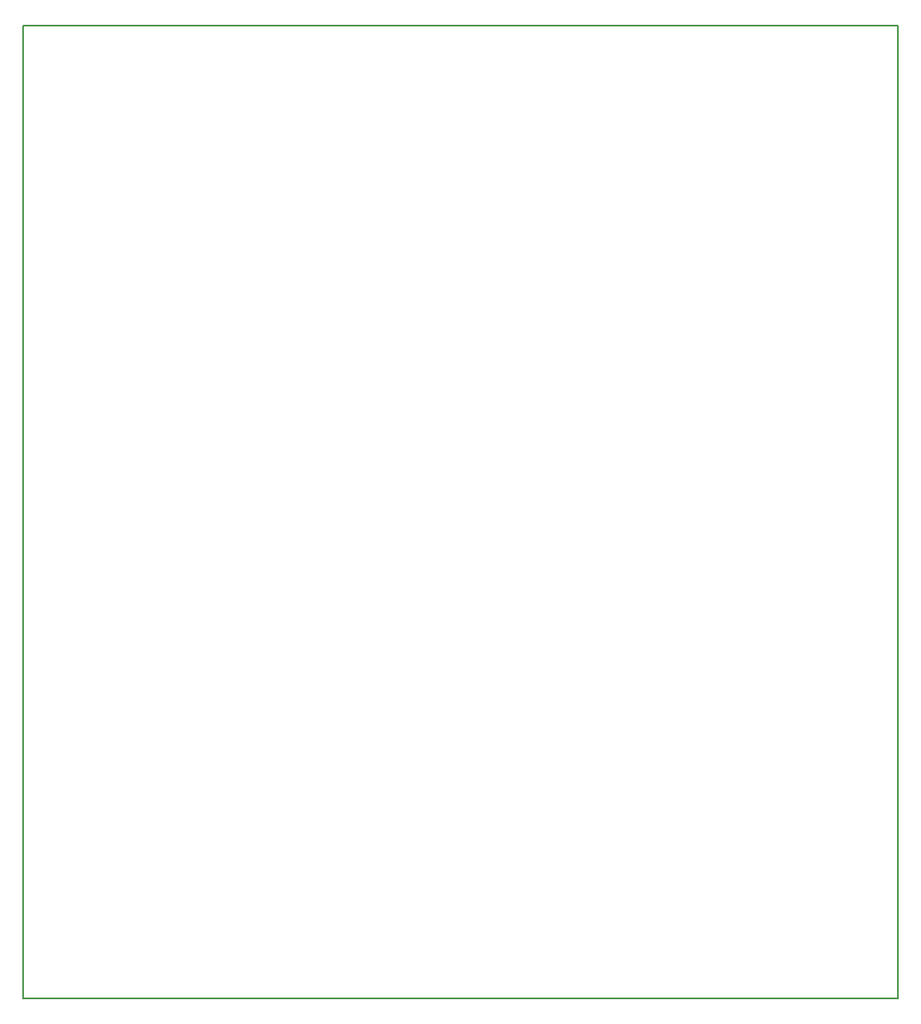
<source format=gm1>
G04 MADE WITH FRITZING*
G04 WWW.FRITZING.ORG*
G04 SINGLE SIDED*
G04 HOLES NOT PLATED*
G04 CONTOUR ON CENTER OF CONTOUR VECTOR*
%ASAXBY*%
%FSLAX23Y23*%
%MOIN*%
%OFA0B0*%
%SFA1.0B1.0*%
%ADD10R,3.543310X3.937010*%
%ADD11C,0.008000*%
%ADD10C,0.008*%
%LNCONTOUR*%
G90*
G70*
G54D10*
G54D11*
X4Y3933D02*
X3539Y3933D01*
X3539Y4D01*
X4Y4D01*
X4Y3933D01*
D02*
G04 End of contour*
M02*
</source>
